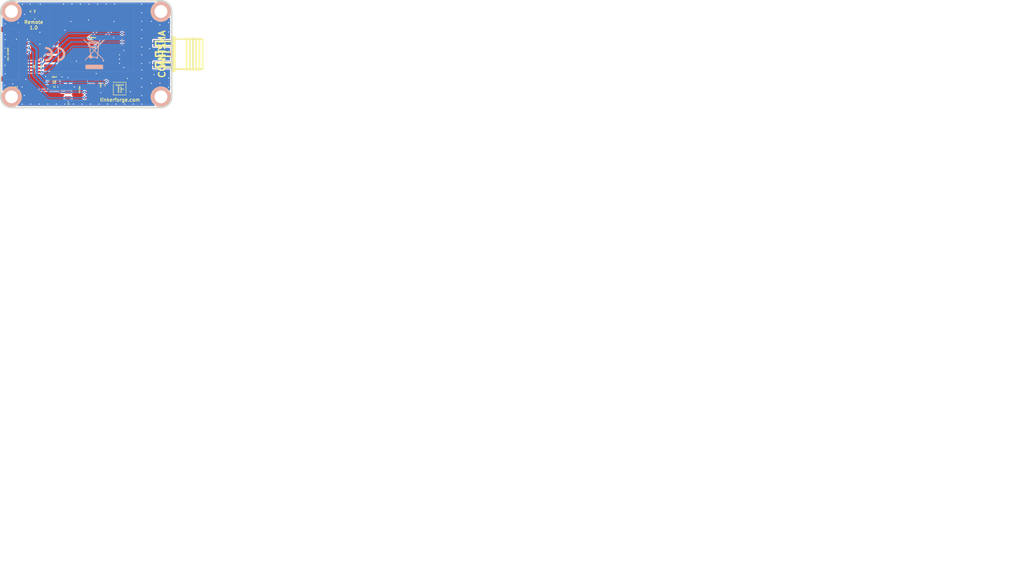
<source format=kicad_pcb>
(kicad_pcb (version 3) (host pcbnew "(2014-06-08 BZR 4933)-product")
  (title_block (title "Remote Bricklet") (rev 1.0) (company "Tinkerforge GmbH") (comment 1 "Licensed under CERN OHL v.1.1") (comment 2 "Copyright (©) 2013, B.Nordmeyer <bastian@tinkerforge.com>"))
  (layers (15 Vorderseite signal) (0 Rückseite signal hide) (18 B.Paste user) (19 F.Paste user) (20 B.SilkS user) (21 F.SilkS user) (22 B.Mask user) (23 F.Mask user) (28 Edge.Cuts user))
  (net 0 "")
  (net 1 GND)
  (net 2 N-0000010)
  (net 3 N-0000011)
  (net 4 N-0000012)
  (net 5 N-0000013)
  (net 6 N-0000014)
  (net 7 N-0000015)
  (net 8 N-0000016)
  (net 9 N-0000018)
  (net 10 N-0000019)
  (net 11 N-0000021)
  (net 12 N-0000022)
  (net 13 N-0000023)
  (net 14 N-000007)
  (net 15 VCC)
  (module DRILL_NP (layer Vorderseite) (at 80.4 32.3)
    (fp_text reference U3 hide)
    (fp_text value DRILL hide)
    (pad "" thru_hole circle (at 0 0) (size 2.99974 2.99974) (drill 2.99974) (layers *.Cu *.SilkS *.Mask) (clearance 0.89916))
  )
  (module DRILL_NP (layer Vorderseite) (at 45.4 52.3)
    (fp_text reference U4 hide)
    (fp_text value DRILL hide)
    (pad "" thru_hole circle (at 0 0) (size 2.99974 2.99974) (drill 2.99974) (layers *.Cu *.SilkS *.Mask) (clearance 0.89916))
  )
  (module DRILL_NP (layer Vorderseite) (at 45.4 32.3)
    (fp_text reference U6 hide)
    (fp_text value DRILL hide)
    (pad "" thru_hole circle (at 0 0) (size 2.99974 2.99974) (drill 2.99974) (layers *.Cu *.SilkS *.Mask) (clearance 0.89916))
  )
  (module DRILL_NP (layer Vorderseite) (at 80.4 52.3)
    (fp_text reference U5 hide)
    (fp_text value DRILL hide)
    (pad "" thru_hole circle (at 0 0) (size 2.99974 2.99974) (drill 2.99974) (layers *.Cu *.SilkS *.Mask) (clearance 0.89916))
  )
  (module 4X0603 (layer Vorderseite) (at 50.7 45.25 270)
    (fp_text reference RP1 (at 0 -1.6002 270) (layer F.SilkS) (effects (font (size 0.29972 0.29972) (thickness 0.0762))))
    (fp_text value 100 (at 0 0 270) (layer F.SilkS) (effects (font (size 0.29972 0.29972) (thickness 0.0762))))
    (pad 1 smd rect (at -1.19888 -0.8509 270) (size 0.44958 0.89916) (layers Vorderseite F.Paste F.Mask) (net 6 N-0000014))
    (pad 2 smd rect (at -0.39878 -0.8509 270) (size 0.44958 0.89916) (layers Vorderseite F.Paste F.Mask) (net 2 N-0000010))
    (pad 3 smd rect (at 0.39878 -0.8509 270) (size 0.44958 0.89916) (layers Vorderseite F.Paste F.Mask) (net 8 N-0000016))
    (pad 4 smd rect (at 1.19888 -0.8509 270) (size 0.44958 0.89916) (layers Vorderseite F.Paste F.Mask) (net 7 N-0000015))
    (pad 5 smd rect (at 1.19888 0.8509 270) (size 0.44958 0.89916) (layers Vorderseite F.Paste F.Mask) (net 5 N-0000013))
    (pad 6 smd rect (at 0.39878 0.8509 270) (size 0.44958 0.89916) (layers Vorderseite F.Paste F.Mask) (net 4 N-0000012))
    (pad 7 smd rect (at -0.39878 0.8509 270) (size 0.44958 0.89916) (layers Vorderseite F.Paste F.Mask) (net 3 N-0000011))
    (pad 8 smd rect (at -1.19888 0.8509 270) (size 0.44958 0.89916) (layers Vorderseite F.Paste F.Mask) (net 10 N-0000019))
  )
  (module 0603 (layer Vorderseite) (at 55.45 47.65 180)
    (fp_text reference C3 (at 0 -1.00076 180) (layer F.SilkS) (effects (font (size 0.29972 0.29972) (thickness 0.0762))))
    (fp_text value 100nF (at 0 0 180) (layer F.SilkS) (effects (font (size 0.29972 0.29972) (thickness 0.0762))))
    (pad 1 smd rect (at -0.8001 0 180) (size 0.8001 0.8001) (layers Vorderseite F.Paste F.Mask) (net 1 GND))
    (pad 2 smd rect (at 0.8001 0 180) (size 0.8001 0.8001) (layers Vorderseite F.Paste F.Mask) (net 15 VCC))
  )
  (module 0603 (layer Vorderseite) (at 55.45 49 180)
    (fp_text reference C2 (at 0 -1.00076 180) (layer F.SilkS) (effects (font (size 0.29972 0.29972) (thickness 0.0762))))
    (fp_text value 1µF (at 0 0 180) (layer F.SilkS) (effects (font (size 0.29972 0.29972) (thickness 0.07493))))
    (pad 1 smd rect (at -0.8001 0 180) (size 0.8001 0.8001) (layers Vorderseite F.Paste F.Mask) (net 1 GND))
    (pad 2 smd rect (at 0.8001 0 180) (size 0.8001 0.8001) (layers Vorderseite F.Paste F.Mask) (net 15 VCC))
  )
  (module 0603 (layer Vorderseite) (at 50.85 32.25 90)
    (fp_text reference R1 (at 0 -1.00076 90) (layer F.SilkS) (effects (font (size 0.29972 0.29972) (thickness 0.0762))))
    (fp_text value 10k (at 0 0 90) (layer F.SilkS) (effects (font (size 0.29972 0.29972) (thickness 0.0762))))
    (pad 1 smd rect (at -0.8001 0 90) (size 0.8001 0.8001) (layers Vorderseite F.Paste F.Mask) (net 1 GND))
    (pad 2 smd rect (at 0.8001 0 90) (size 0.8001 0.8001) (layers Vorderseite F.Paste F.Mask) (net 14 N-000007))
  )
  (module 0603 (layer Vorderseite) (at 66.3 49.5 270)
    (fp_text reference C1 (at 0 -1.00076 270) (layer F.SilkS) (effects (font (size 0.29972 0.29972) (thickness 0.0762))))
    (fp_text value 100nF (at 0 0 270) (layer F.SilkS) (effects (font (size 0.29972 0.29972) (thickness 0.0762))))
    (pad 1 smd rect (at -0.8001 0 270) (size 0.8001 0.8001) (layers Vorderseite F.Paste F.Mask) (net 15 VCC))
    (pad 2 smd rect (at 0.8001 0 270) (size 0.8001 0.8001) (layers Vorderseite F.Paste F.Mask) (net 1 GND))
  )
  (module Fiducial_Mark (layer Vorderseite) (at 49.9 52.3)
    (fp_text reference Fiducial_Mark hide)
    (fp_text value VAL** hide)
    (pad 1 smd circle (at 0 0) (size 1.00076 1.00076) (layers Vorderseite F.Mask) (clearance 0.65024))
  )
  (module Fiducial_Mark (layer Vorderseite) (at 78.25 36.6)
    (fp_text reference Fiducial_Mark hide)
    (fp_text value VAL** hide)
    (pad 1 smd circle (at 0 0) (size 1.00076 1.00076) (layers Vorderseite F.Mask) (clearance 0.65024))
  )
  (module CE_5mm (layer Rückseite) (at 55.6 42.3 180)
    (fp_text reference VAL hide)
    (fp_text value CE_5mm hide)
  )
  (module WEEE_7mm (layer Rückseite) (at 64.75 42.3)
    (fp_text reference VAL hide)
    (fp_text value WEEE_7mm hide)
  )
  (module Logo_31x31 (layer Vorderseite) (at 69.15 48.8)
    (fp_text reference G*** hide)
    (fp_text value Logo_31x31 hide)
  )
  (module CON-SMA (layer Vorderseite) (at 80.65 42.3 90)
    (fp_text reference ANT1 (at 0 0 90) (layer F.SilkS) (effects (font (thickness 0.3048))))
    (fp_text value CON-SMA (at 0 0 90) (layer F.SilkS) (effects (font (thickness 0.3048))))
    (pad 1 smd rect (at 0 0 90) (size 1.524 4.064) (layers Vorderseite F.Paste F.Mask) (net 9 N-0000018))
    (pad 2 smd rect (at -2.54 0 90) (size 1.524 4.064) (layers Vorderseite F.Paste F.Mask) (net 1 GND))
    (pad 4 smd rect (at 2.54 0 90) (size 1.524 4.064) (layers Vorderseite F.Paste F.Mask) (net 1 GND))
    (pad 3 smd rect (at -2.54 0 90) (size 1.524 4.064) (layers Rückseite B.Paste B.Mask) (net 1 GND))
    (pad 5 smd rect (at 2.54 0 90) (size 1.524 4.064) (layers Rückseite B.Paste B.Mask) (net 1 GND))
  )
  (module tinkerforge:RFM69HW (layer Vorderseite) (at 64.15 38.45)
    (fp_text reference U2 (at 0 0.5) (layer F.SilkS) (effects (font (size 0.3 0.3) (thickness 0.075))))
    (fp_text value RFM69HW (at 0 0) (layer F.SilkS) (effects (font (size 0.3 0.3) (thickness 0.075))))
    (pad 9 smd rect (at -9.5 -7) (size 3.2 1.5) (layers Vorderseite F.Paste F.Mask) (net 14 N-000007))
    (pad 10 smd rect (at -9.5 -5) (size 3.2 1.5) (layers Vorderseite F.Paste F.Mask))
    (pad 11 smd rect (at -9.5 -3) (size 3.2 1.5) (layers Vorderseite F.Paste F.Mask))
    (pad 12 smd rect (at -9.5 -1) (size 3.2 1.5) (layers Vorderseite F.Paste F.Mask))
    (pad 13 smd rect (at -9.5 1) (size 3.2 1.5) (layers Vorderseite F.Paste F.Mask))
    (pad 14 smd rect (at -9.5 3) (size 3.2 1.5) (layers Vorderseite F.Paste F.Mask))
    (pad 15 smd rect (at -9.5 5) (size 3.2 1.5) (layers Vorderseite F.Paste F.Mask))
    (pad 16 smd rect (at -9.5 7) (size 3.2 1.5) (layers Vorderseite F.Paste F.Mask) (net 15 VCC))
    (pad 8 smd rect (at 9.5 7 180) (size 3.2 1.5) (layers Vorderseite F.Paste F.Mask) (net 1 GND))
    (pad 7 smd rect (at 9.5 5 180) (size 3.2 1.5) (layers Vorderseite F.Paste F.Mask) (net 9 N-0000018))
    (pad 6 smd rect (at 9.5 3 180) (size 3.2 1.5) (layers Vorderseite F.Paste F.Mask) (net 1 GND))
    (pad 5 smd rect (at 9.5 1 180) (size 3.2 1.5) (layers Vorderseite F.Paste F.Mask) (net 8 N-0000016))
    (pad 4 smd rect (at 9.5 -1 180) (size 3.2 1.5) (layers Vorderseite F.Paste F.Mask) (net 6 N-0000014))
    (pad 3 smd rect (at 9.5 -3 180) (size 3.2 1.5) (layers Vorderseite F.Paste F.Mask) (net 7 N-0000015))
    (pad 2 smd rect (at 9.5 -5 180) (size 3.2 1.5) (layers Vorderseite F.Paste F.Mask) (net 2 N-0000010))
    (pad 1 smd rect (at 9.5 -7 180) (size 3.2 1.5) (layers Vorderseite F.Paste F.Mask))
  )
  (module tinkerforge:CON-SENSOR (layer Vorderseite) (at 43 42.3 270)
    (fp_text reference P1 (at 7.9502 -3.50012 270) (layer F.SilkS) (effects (font (size 0.59944 0.59944) (thickness 0.12446))))
    (fp_text value CON-SENSOR (at 0 -1.6002 270) (layer F.SilkS) (effects (font (size 0.29972 0.29972) (thickness 0.07112))))
    (pad 1 smd rect (at -4.50088 -4.7752 270) (size 0.59944 1.5494) (layers Vorderseite F.Paste F.Mask))
    (pad 2 smd rect (at -3.50012 -4.7752 270) (size 0.59944 1.5494) (layers Vorderseite F.Paste F.Mask) (net 1 GND))
    (pad 3 smd rect (at -2.49936 -4.7752 270) (size 0.59944 1.5494) (layers Vorderseite F.Paste F.Mask) (net 15 VCC))
    (pad 4 smd rect (at -1.50114 -4.7752 270) (size 0.59944 1.5494) (layers Vorderseite F.Paste F.Mask) (net 13 N-0000023))
    (pad 5 smd rect (at -0.50038 -4.7752 270) (size 0.59944 1.5494) (layers Vorderseite F.Paste F.Mask) (net 12 N-0000022))
    (pad 6 smd rect (at 0.50038 -4.7752 270) (size 0.59944 1.5494) (layers Vorderseite F.Paste F.Mask) (net 11 N-0000021))
    (pad 7 smd rect (at 1.50114 -4.7752 270) (size 0.59944 1.5494) (layers Vorderseite F.Paste F.Mask) (net 10 N-0000019))
    (pad 8 smd rect (at 2.49936 -4.7752 270) (size 0.59944 1.5494) (layers Vorderseite F.Paste F.Mask) (net 3 N-0000011))
    (pad 9 smd rect (at 3.50012 -4.7752 270) (size 0.59944 1.5494) (layers Vorderseite F.Paste F.Mask) (net 4 N-0000012))
    (pad 10 smd rect (at 4.50088 -4.7752 270) (size 0.59944 1.5494) (layers Vorderseite F.Paste F.Mask) (net 5 N-0000013))
    (pad EP smd rect (at -5.79882 -0.89916 270) (size 1.19888 1.80086) (layers Vorderseite F.Paste F.Mask) (net 1 GND))
    (pad EP smd rect (at 5.79882 -0.89916 270) (size 1.19888 1.80086) (layers Vorderseite F.Paste F.Mask) (net 1 GND))
  )
  (module tinkerforge:SOIC8 (layer Vorderseite) (at 61.35 50.6 270)
    (fp_text reference U1 (at 3.29946 2.60096 270) (layer F.SilkS) (effects (font (size 0.29972 0.29972) (thickness 0.0762))))
    (fp_text value M24C64 (at 0 0 270) (layer F.SilkS) (effects (font (size 0.29972 0.29972) (thickness 0.0762))))
    (pad 1 smd rect (at -1.90246 2.69748 90) (size 0.59944 1.5494) (layers Vorderseite F.Paste F.Mask) (net 1 GND))
    (pad 2 smd rect (at -0.63246 2.69748 90) (size 0.59944 1.5494) (layers Vorderseite F.Paste F.Mask) (net 1 GND))
    (pad 3 smd rect (at 0.63246 2.69748 90) (size 0.59944 1.5494) (layers Vorderseite F.Paste F.Mask) (net 11 N-0000021))
    (pad 4 smd rect (at 1.90246 2.69748 90) (size 0.59944 1.5494) (layers Vorderseite F.Paste F.Mask) (net 1 GND))
    (pad 5 smd rect (at 1.90246 -2.69748 270) (size 0.59944 1.5494) (layers Vorderseite F.Paste F.Mask) (net 12 N-0000022))
    (pad 6 smd rect (at 0.63246 -2.69748 270) (size 0.59944 1.5494) (layers Vorderseite F.Paste F.Mask) (net 13 N-0000023))
    (pad 7 smd rect (at -0.63246 -2.69748 270) (size 0.59944 1.5494) (layers Vorderseite F.Paste F.Mask))
    (pad 8 smd rect (at -1.90246 -2.69748 270) (size 0.59944 1.5494) (layers Vorderseite F.Paste F.Mask) (net 15 VCC))
  )
  (gr_line (start 45.35 54.8) (end 80.4 54.8) (angle 90) (layer Edge.Cuts) (width 0.381))
  (gr_line (start 80.4 29.8) (end 45.45 29.8) (angle 90) (layer Edge.Cuts) (width 0.381))
  (gr_text "Remote\n1.0" (at 50.6 35.45) (layer F.SilkS) (effects (font (size 0.8 0.8))))
  (gr_text tinkerforge.com (at 70.8 53) (layer F.SilkS) (effects (font (size 0.8 0.8))))
  (gr_line (start 82.9 52.3) (end 82.9 32.3) (angle 90) (layer Edge.Cuts) (width 0.381))
  (gr_arc (start 80.4 52.3) (end 82.9 52.3) (angle 90) (layer Edge.Cuts) (width 0.381))
  (gr_arc (start 80.4 32.3) (end 80.4 29.8) (angle 90) (layer Edge.Cuts) (width 0.381))
  (gr_line (start 42.9 32.3) (end 42.9 52.3) (angle 90) (layer Edge.Cuts) (width 0.381))
  (gr_arc (start 45.4 32.3) (end 42.9 32.3) (angle 90) (layer Edge.Cuts) (width 0.381))
  (gr_arc (start 45.4 52.3) (end 45.4 54.8) (angle 90) (layer Edge.Cuts) (width 0.381))
  (segment (start 75.9 45.6) (end 76.45 45.6) (width 0.29972) (layer Rückseite) (net 1))
  (via (at 77.75 44.3) (size 0.70104) (layers Vorderseite Rückseite) (net 1))
  (segment (start 76.45 45.6) (end 77.75 44.3) (width 0.29972) (layer Rückseite) (net 1))
  (segment (start 75.9 42.45) (end 76.3 42.45) (width 0.29972) (layer Vorderseite) (net 1))
  (via (at 75.9 42.45) (size 0.70104) (layers Vorderseite Rückseite) (net 1))
  (segment (start 75.9 40.6) (end 75.9 42.45) (width 0.59944) (layer Vorderseite) (net 1))
  (via (at 77.75 41) (size 0.70104) (layers Vorderseite Rückseite) (net 1))
  (segment (start 76.3 42.45) (end 77.75 41) (width 0.29972) (layer Vorderseite) (net 1))
  (segment (start 78.15 49.15) (end 78.15 47.7) (width 0.29972) (layer Rückseite) (net 1))
  (via (at 78.75 47.1) (size 0.70104) (layers Vorderseite Rückseite) (net 1))
  (segment (start 78.15 47.7) (end 78.75 47.1) (width 0.29972) (layer Rückseite) (net 1))
  (via (at 69.55 30.6) (size 0.70104) (layers Vorderseite Rückseite) (net 1))
  (segment (start 67.55 30.6) (end 69.55 30.6) (width 0.29972) (layer Rückseite) (net 1))
  (segment (start 69.55 34.5) (end 69.4 34.65) (width 0.59944) (layer Rückseite) (net 1))
  (via (at 69.4 34.65) (size 0.70104) (layers Vorderseite Rückseite) (net 1))
  (segment (start 69.55 30.6) (end 69.55 34.5) (width 0.59944) (layer Rückseite) (net 1))
  (segment (start 74.5 30.6) (end 73.5 31.6) (width 0.29972) (layer Rückseite) (net 1))
  (segment (start 73.5 31.6) (end 70.55 31.6) (width 0.29972) (layer Rückseite) (net 1))
  (segment (start 70.55 31.6) (end 69.55 30.6) (width 0.29972) (layer Rückseite) (net 1))
  (segment (start 75.9 30.6) (end 74.5 30.6) (width 0.29972) (layer Rückseite) (net 1))
  (segment (start 52.05 39.95) (end 52.05 37.75) (width 0.29972) (layer Vorderseite) (net 1))
  (segment (start 50.9 38.8) (end 52.05 39.95) (width 0.59944) (layer Vorderseite) (net 1))
  (via (at 52.05 39.95) (size 0.70104) (layers Vorderseite Rückseite) (net 1))
  (segment (start 49.15 38.8) (end 50.9 38.8) (width 0.59944) (layer Vorderseite) (net 1))
  (via (at 52.05 37.2) (size 0.70104) (layers Vorderseite Rückseite) (net 1))
  (segment (start 52.05 37.75) (end 52.05 37.2) (width 0.29972) (layer Vorderseite) (net 1))
  (segment (start 60.6 43.95) (end 62.35 43.95) (width 0.29972) (layer Rückseite) (net 1))
  (via (at 65.25 46.85) (size 0.70104) (layers Vorderseite Rückseite) (net 1))
  (segment (start 62.35 43.95) (end 65.25 46.85) (width 0.29972) (layer Rückseite) (net 1))
  (segment (start 59.3 34.65) (end 59.3 35.25) (width 0.59944) (layer Vorderseite) (net 1))
  (segment (start 57.55 32.9) (end 59.3 34.65) (width 0.59944) (layer Vorderseite) (net 1))
  (via (at 59.3 34.65) (size 0.70104) (layers Vorderseite Rückseite) (net 1))
  (segment (start 57.55 30.6) (end 57.55 32.9) (width 0.59944) (layer Vorderseite) (net 1))
  (via (at 57.9 36.7) (size 0.70104) (layers Vorderseite Rückseite) (net 1))
  (segment (start 59.3 35.25) (end 57.9 36.7) (width 0.59944) (layer Vorderseite) (net 1))
  (segment (start 65.55 30.6) (end 65.55 32.2) (width 0.59944) (layer Rückseite) (net 1))
  (via (at 63.45 34.3) (size 0.70104) (layers Vorderseite Rückseite) (net 1))
  (segment (start 65.55 32.2) (end 63.45 34.3) (width 0.59944) (layer Rückseite) (net 1))
  (segment (start 52.15 30.6) (end 49.75 30.6) (width 0.59944) (layer Rückseite) (net 1))
  (via (at 52.15 30.6) (size 0.70104) (layers Vorderseite Rückseite) (net 1))
  (via (at 57.55 30.6) (size 0.70104) (layers Vorderseite Rückseite) (net 1))
  (segment (start 59.55 30.6) (end 57.55 30.6) (width 0.59944) (layer Vorderseite) (net 1))
  (via (at 59.55 30.6) (size 0.70104) (layers Vorderseite Rückseite) (net 1))
  (segment (start 61.55 30.6) (end 59.55 30.6) (width 0.59944) (layer Rückseite) (net 1))
  (via (at 61.55 30.6) (size 0.70104) (layers Vorderseite Rückseite) (net 1))
  (segment (start 63.55 30.6) (end 61.55 30.6) (width 0.59944) (layer Vorderseite) (net 1))
  (via (at 63.55 30.6) (size 0.70104) (layers Vorderseite Rückseite) (net 1))
  (segment (start 65.55 30.6) (end 63.55 30.6) (width 0.59944) (layer Rückseite) (net 1))
  (via (at 65.55 30.6) (size 0.70104) (layers Vorderseite Rückseite) (net 1))
  (segment (start 67.55 30.6) (end 65.55 30.6) (width 0.59944) (layer Vorderseite) (net 1))
  (via (at 67.55 30.6) (size 0.70104) (layers Vorderseite Rückseite) (net 1))
  (segment (start 52.15 30.6) (end 57.55 30.6) (width 0.59944) (layer Rückseite) (net 1))
  (via (at 43.9 35.2) (size 0.70104) (layers Vorderseite Rückseite) (net 1))
  (segment (start 46.7 35.2) (end 43.9 35.2) (width 0.59944) (layer Rückseite) (net 1))
  (segment (start 46.95 34.95) (end 46.7 35.2) (width 0.59944) (layer Rückseite) (net 1))
  (via (at 46.95 34.95) (size 0.70104) (layers Vorderseite Rückseite) (net 1))
  (segment (start 48.2 33.7) (end 46.95 34.95) (width 0.59944) (layer Vorderseite) (net 1))
  (segment (start 48.2 33.25) (end 48.2 33.7) (width 0.59944) (layer Vorderseite) (net 1))
  (segment (start 48.45 33) (end 48.2 33.25) (width 0.59944) (layer Vorderseite) (net 1))
  (via (at 48.45 33) (size 0.70104) (layers Vorderseite Rückseite) (net 1))
  (segment (start 48.45 31.15) (end 48.45 33) (width 0.59944) (layer Rückseite) (net 1))
  (segment (start 47.95 30.65) (end 48.45 31.15) (width 0.59944) (layer Rückseite) (net 1))
  (via (at 47.95 30.65) (size 0.70104) (layers Vorderseite Rückseite) (net 1))
  (segment (start 49.7 30.65) (end 47.95 30.65) (width 0.59944) (layer Vorderseite) (net 1))
  (segment (start 49.75 30.6) (end 49.7 30.65) (width 0.59944) (layer Vorderseite) (net 1))
  (via (at 49.75 30.6) (size 0.70104) (layers Vorderseite Rückseite) (net 1))
  (segment (start 78.15 34.6) (end 78.25 34.6) (width 0.29972) (layer Rückseite) (net 1))
  (via (at 78.15 34.6) (size 0.70104) (layers Vorderseite Rückseite) (net 1))
  (segment (start 75.9 34.6) (end 78.15 34.6) (width 0.29972) (layer Vorderseite) (net 1))
  (via (at 82.2 37.1) (size 0.70104) (layers Vorderseite Rückseite) (net 1))
  (segment (start 82.2 34.9) (end 82.2 37.1) (width 0.29972) (layer Rückseite) (net 1))
  (via (at 82.2 34.9) (size 0.70104) (layers Vorderseite Rückseite) (net 1))
  (segment (start 81.75 35.35) (end 82.2 34.9) (width 0.29972) (layer Vorderseite) (net 1))
  (segment (start 80.25 35.35) (end 81.75 35.35) (width 0.29972) (layer Vorderseite) (net 1))
  (segment (start 80.15 35.45) (end 80.25 35.35) (width 0.29972) (layer Vorderseite) (net 1))
  (via (at 80.15 35.45) (size 0.70104) (layers Vorderseite Rückseite) (net 1))
  (segment (start 79.1 35.45) (end 80.15 35.45) (width 0.29972) (layer Rückseite) (net 1))
  (segment (start 78.25 34.6) (end 79.1 35.45) (width 0.29972) (layer Rückseite) (net 1))
  (segment (start 75.9 50) (end 77.3 50) (width 0.29972) (layer Vorderseite) (net 1))
  (segment (start 75.9 54) (end 75.9 52) (width 0.59944) (layer Rückseite) (net 1))
  (via (at 75.9 52) (size 0.70104) (layers Vorderseite Rückseite) (net 1))
  (segment (start 75.9 52) (end 75.9 50) (width 0.59944) (layer Vorderseite) (net 1))
  (via (at 75.9 50) (size 0.70104) (layers Vorderseite Rückseite) (net 1))
  (via (at 82.2 47.9) (size 0.70104) (layers Vorderseite Rückseite) (net 1))
  (segment (start 82.2 50.05) (end 82.2 47.9) (width 0.29972) (layer Rückseite) (net 1))
  (via (at 82.2 50.05) (size 0.70104) (layers Vorderseite Rückseite) (net 1))
  (segment (start 81.05 49.25) (end 82.2 50.05) (width 0.29972) (layer Vorderseite) (net 1))
  (segment (start 80.3 49.25) (end 81.05 49.25) (width 0.29972) (layer Vorderseite) (net 1))
  (segment (start 80.15 49.1) (end 80.3 49.25) (width 0.29972) (layer Vorderseite) (net 1))
  (via (at 80.15 49.1) (size 0.70104) (layers Vorderseite Rückseite) (net 1))
  (segment (start 78.2 49.1) (end 80.15 49.1) (width 0.29972) (layer Rückseite) (net 1))
  (segment (start 78.15 49.15) (end 78.2 49.1) (width 0.29972) (layer Rückseite) (net 1))
  (via (at 78.15 49.15) (size 0.70104) (layers Vorderseite Rückseite) (net 1))
  (segment (start 77.3 50) (end 78.15 49.15) (width 0.29972) (layer Vorderseite) (net 1))
  (segment (start 57.25 47.65) (end 53.5 47.65) (width 0.59944) (layer Rückseite) (net 1))
  (via (at 53.4 47.55) (size 0.70104) (layers Vorderseite Rückseite) (net 1))
  (segment (start 53.5 47.65) (end 53.4 47.55) (width 0.59944) (layer Rückseite) (net 1))
  (segment (start 47.9 50) (end 47.9 49.05) (width 0.59944) (layer Rückseite) (net 1))
  (via (at 48.75 48.2) (size 0.70104) (layers Vorderseite Rückseite) (net 1))
  (segment (start 47.9 49.05) (end 48.75 48.2) (width 0.59944) (layer Rückseite) (net 1))
  (segment (start 58.65 47.8) (end 58.65 45.9) (width 0.59944) (layer Vorderseite) (net 1))
  (via (at 66.9 43.9) (size 0.70104) (layers Vorderseite Rückseite) (net 1))
  (segment (start 60.65 43.9) (end 66.9 43.9) (width 0.59944) (layer Rückseite) (net 1))
  (segment (start 60.6 43.95) (end 60.65 43.9) (width 0.59944) (layer Rückseite) (net 1))
  (via (at 60.6 43.95) (size 0.70104) (layers Vorderseite Rückseite) (net 1))
  (segment (start 58.65 45.9) (end 60.6 43.95) (width 0.59944) (layer Vorderseite) (net 1))
  (segment (start 66.3 51.35) (end 73 51.35) (width 0.59944) (layer Rückseite) (net 1))
  (via (at 73.25 51.1) (size 0.70104) (layers Vorderseite Rückseite) (net 1))
  (segment (start 73 51.35) (end 73.25 51.1) (width 0.59944) (layer Rückseite) (net 1))
  (segment (start 70.7 42.45) (end 70.7 42.35) (width 0.59944) (layer Vorderseite) (net 1))
  (via (at 69.3 38.45) (size 0.70104) (layers Vorderseite Rückseite) (net 1))
  (segment (start 69.3 40.95) (end 69.3 38.45) (width 0.59944) (layer Vorderseite) (net 1))
  (segment (start 70.7 42.35) (end 69.3 40.95) (width 0.59944) (layer Vorderseite) (net 1))
  (segment (start 75.9 48) (end 72.55 48) (width 0.59944) (layer Vorderseite) (net 1))
  (via (at 72.55 48) (size 0.70104) (layers Vorderseite Rückseite) (net 1))
  (segment (start 43.9 46.9) (end 43.9 44.9) (width 0.59944) (layer Vorderseite) (net 1))
  (via (at 43.9 38.9) (size 0.70104) (layers Vorderseite Rückseite) (net 1))
  (segment (start 43.9 40.9) (end 43.9 38.9) (width 0.59944) (layer Rückseite) (net 1))
  (via (at 43.9 40.9) (size 0.70104) (layers Vorderseite Rückseite) (net 1))
  (segment (start 43.9 42.9) (end 43.9 40.9) (width 0.59944) (layer Vorderseite) (net 1))
  (via (at 43.9 42.9) (size 0.70104) (layers Vorderseite Rückseite) (net 1))
  (segment (start 43.9 44.9) (end 43.9 42.9) (width 0.59944) (layer Rückseite) (net 1))
  (via (at 43.9 44.9) (size 0.70104) (layers Vorderseite Rückseite) (net 1))
  (segment (start 51.9 54) (end 49.9 54) (width 0.59944) (layer Vorderseite) (net 1))
  (via (at 59.9 54) (size 0.70104) (layers Vorderseite Rückseite) (net 1))
  (segment (start 59.9 54) (end 57.9 54) (width 0.59944) (layer Rückseite) (net 1))
  (via (at 57.9 54) (size 0.70104) (layers Vorderseite Rückseite) (net 1))
  (segment (start 57.9 54) (end 55.9 54) (width 0.59944) (layer Vorderseite) (net 1))
  (via (at 55.9 54) (size 0.70104) (layers Vorderseite Rückseite) (net 1))
  (segment (start 55.9 54) (end 53.9 54) (width 0.59944) (layer Rückseite) (net 1))
  (via (at 53.9 54) (size 0.70104) (layers Vorderseite Rückseite) (net 1))
  (segment (start 53.9 54) (end 51.9 54) (width 0.59944) (layer Vorderseite) (net 1))
  (via (at 51.9 54) (size 0.70104) (layers Vorderseite Rückseite) (net 1))
  (segment (start 75.9 54) (end 73.9 54) (width 0.59944) (layer Rückseite) (net 1))
  (via (at 61.9 54) (size 0.70104) (layers Vorderseite Rückseite) (net 1))
  (segment (start 63.9 54) (end 61.9 54) (width 0.59944) (layer Rückseite) (net 1))
  (via (at 63.9 54) (size 0.70104) (layers Vorderseite Rückseite) (net 1))
  (segment (start 65.9 54) (end 63.9 54) (width 0.59944) (layer Vorderseite) (net 1))
  (via (at 65.9 54) (size 0.70104) (layers Vorderseite Rückseite) (net 1))
  (segment (start 67.9 54) (end 65.9 54) (width 0.59944) (layer Rückseite) (net 1))
  (via (at 67.9 54) (size 0.70104) (layers Vorderseite Rückseite) (net 1))
  (segment (start 69.9 54) (end 67.9 54) (width 0.59944) (layer Vorderseite) (net 1))
  (via (at 69.9 54) (size 0.70104) (layers Vorderseite Rückseite) (net 1))
  (segment (start 71.9 54) (end 69.9 54) (width 0.59944) (layer Rückseite) (net 1))
  (via (at 71.9 54) (size 0.70104) (layers Vorderseite Rückseite) (net 1))
  (segment (start 73.9 54) (end 71.9 54) (width 0.59944) (layer Vorderseite) (net 1))
  (via (at 73.9 54) (size 0.70104) (layers Vorderseite Rückseite) (net 1))
  (segment (start 61.9 54) (end 59.9 54) (width 0.59944) (layer Vorderseite) (net 1))
  (via (at 43.8 49.6) (size 0.70104) (layers Vorderseite Rückseite) (net 1))
  (segment (start 44 49.4) (end 43.8 49.6) (width 0.59944) (layer Rückseite) (net 1))
  (segment (start 45.55 49.4) (end 44 49.4) (width 0.59944) (layer Rückseite) (net 1))
  (segment (start 45.7 49.25) (end 45.55 49.4) (width 0.59944) (layer Rückseite) (net 1))
  (via (at 45.7 49.25) (size 0.70104) (layers Vorderseite Rückseite) (net 1))
  (segment (start 47.15 49.25) (end 45.7 49.25) (width 0.59944) (layer Vorderseite) (net 1))
  (segment (start 47.9 50) (end 47.15 49.25) (width 0.59944) (layer Vorderseite) (net 1))
  (via (at 47.9 50) (size 0.70104) (layers Vorderseite Rückseite) (net 1))
  (segment (start 47.9 50.75) (end 47.9 50) (width 0.59944) (layer Rückseite) (net 1))
  (segment (start 48.4 51.25) (end 47.9 50.75) (width 0.59944) (layer Rückseite) (net 1))
  (segment (start 48.4 51.95) (end 48.4 51.25) (width 0.59944) (layer Rückseite) (net 1))
  (segment (start 48.4 52) (end 48.4 51.95) (width 0.59944) (layer Rückseite) (net 1))
  (via (at 48.4 52) (size 0.70104) (layers Vorderseite Rückseite) (net 1))
  (segment (start 48.4 53.5) (end 48.4 52) (width 0.59944) (layer Vorderseite) (net 1))
  (segment (start 47.9 54) (end 48.4 53.5) (width 0.59944) (layer Vorderseite) (net 1))
  (via (at 47.9 54) (size 0.70104) (layers Vorderseite Rückseite) (net 1))
  (segment (start 49.9 54) (end 47.9 54) (width 0.59944) (layer Rückseite) (net 1))
  (via (at 49.9 54) (size 0.70104) (layers Vorderseite Rückseite) (net 1))
  (segment (start 58.65 47.8) (end 57.4 47.8) (width 0.29972) (layer Rückseite) (net 1))
  (via (at 57.25 47.65) (size 0.70104) (layers Vorderseite Rückseite) (net 1))
  (segment (start 56.2501 47.65) (end 57.25 47.65) (width 0.29972) (layer Vorderseite) (net 1))
  (segment (start 58.65252 47.80252) (end 58.65 47.8) (width 0.29972) (layer Vorderseite) (net 1))
  (via (at 58.65 47.8) (size 0.70104) (layers Vorderseite Rückseite) (net 1))
  (segment (start 58.65252 47.80252) (end 58.65252 48.69754) (width 0.29972) (layer Vorderseite) (net 1))
  (segment (start 57.4 47.8) (end 57.25 47.65) (width 0.29972) (layer Rückseite) (net 1))
  (segment (start 60.1 50) (end 56.25 50) (width 0.29972) (layer Rückseite) (net 1))
  (segment (start 56.2501 49.9999) (end 56.25 50) (width 0.29972) (layer Vorderseite) (net 1))
  (via (at 56.25 50) (size 0.70104) (layers Vorderseite Rückseite) (net 1))
  (segment (start 56.2501 49.9999) (end 56.2501 49) (width 0.29972) (layer Vorderseite) (net 1))
  (segment (start 66.3 51.35) (end 65 51.35) (width 0.29972) (layer Rückseite) (net 1))
  (segment (start 60.06754 49.96754) (end 60.1 50) (width 0.29972) (layer Vorderseite) (net 1))
  (via (at 60.1 50) (size 0.70104) (layers Vorderseite Rückseite) (net 1))
  (segment (start 58.65252 49.96754) (end 60.06754 49.96754) (width 0.29972) (layer Vorderseite) (net 1))
  (via (at 66.3 51.35) (size 0.70104) (layers Vorderseite Rückseite) (net 1))
  (segment (start 66.3 51.35) (end 66.3 50.3001) (width 0.29972) (layer Vorderseite) (net 1))
  (segment (start 63.65 50) (end 60.1 50) (width 0.29972) (layer Rückseite) (net 1))
  (segment (start 65 51.35) (end 63.65 50) (width 0.29972) (layer Rückseite) (net 1))
  (segment (start 71.7 41.45) (end 71.95 41.45) (width 0.29972) (layer Rückseite) (net 1))
  (segment (start 52.55 35.8) (end 50.85 34.1) (width 0.29972) (layer Rückseite) (net 1))
  (segment (start 71.85 35.8) (end 52.55 35.8) (width 0.29972) (layer Rückseite) (net 1))
  (segment (start 72.95 36.9) (end 71.85 35.8) (width 0.29972) (layer Rückseite) (net 1))
  (segment (start 72.95 40.45) (end 72.95 36.9) (width 0.29972) (layer Rückseite) (net 1))
  (segment (start 71.95 41.45) (end 72.95 40.45) (width 0.29972) (layer Rückseite) (net 1))
  (segment (start 49.15 38.8) (end 49.65 38.8) (width 0.29972) (layer Rückseite) (net 1))
  (segment (start 49.65 38.8) (end 50.85 37.6) (width 0.29972) (layer Rückseite) (net 1))
  (segment (start 50.85 37.6) (end 50.85 34.1) (width 0.29972) (layer Rückseite) (net 1))
  (segment (start 49.14988 38.79988) (end 47.7752 38.79988) (width 0.59944) (layer Vorderseite) (net 1))
  (via (at 49.15 38.8) (size 0.70104) (layers Vorderseite Rückseite) (net 1))
  (segment (start 49.14988 38.79988) (end 49.15 38.8) (width 0.59944) (layer Vorderseite) (net 1))
  (via (at 50.85 34.1) (size 0.70104) (layers Vorderseite Rückseite) (net 1))
  (segment (start 50.85 33.0501) (end 50.85 34.1) (width 0.29972) (layer Vorderseite) (net 1))
  (segment (start 46.55 38.8) (end 45 38.8) (width 0.29972) (layer Rückseite) (net 1))
  (segment (start 46.55012 38.79988) (end 46.55 38.8) (width 0.59944) (layer Vorderseite) (net 1))
  (via (at 46.55 38.8) (size 0.70104) (layers Vorderseite Rückseite) (net 1))
  (segment (start 47.7752 38.79988) (end 46.55012 38.79988) (width 0.59944) (layer Vorderseite) (net 1))
  (segment (start 45 38.8) (end 43.9 37.7) (width 0.29972) (layer Rückseite) (net 1))
  (segment (start 43.9 46.9) (end 43.9 37.7) (width 0.29972) (layer Rückseite) (net 1))
  (segment (start 43.89916 46.90084) (end 43.89916 48.09882) (width 0.29972) (layer Vorderseite) (net 1))
  (via (at 43.9 46.9) (size 0.70104) (layers Vorderseite Rückseite) (net 1))
  (segment (start 43.89916 46.90084) (end 43.9 46.9) (width 0.29972) (layer Vorderseite) (net 1))
  (segment (start 43.89916 37.69916) (end 43.9 37.7) (width 0.29972) (layer Vorderseite) (net 1))
  (segment (start 43.89916 36.50118) (end 43.89916 37.69916) (width 0.29972) (layer Vorderseite) (net 1))
  (via (at 43.9 37.7) (size 0.70104) (layers Vorderseite Rückseite) (net 1))
  (segment (start 58.65252 52.50246) (end 58.65252 53.39748) (width 0.29972) (layer Vorderseite) (net 1))
  (via (at 58.65 53.4) (size 0.70104) (layers Vorderseite Rückseite) (net 1))
  (segment (start 58.65252 53.39748) (end 58.65 53.4) (width 0.29972) (layer Vorderseite) (net 1))
  (segment (start 72.9 45.45) (end 75.35 45.45) (width 0.59944) (layer Vorderseite) (net 1))
  (segment (start 75.35 45.45) (end 75.9 46) (width 0.59944) (layer Vorderseite) (net 1))
  (segment (start 72.9 41.45) (end 75.05 41.45) (width 0.59944) (layer Vorderseite) (net 1))
  (segment (start 75.05 41.45) (end 75.9 40.6) (width 0.59944) (layer Vorderseite) (net 1))
  (segment (start 75.9 46) (end 75.9 45.6) (width 0.59944) (layer Rückseite) (net 1))
  (segment (start 75.9 45.6) (end 75.9 44.5) (width 0.59944) (layer Rückseite) (net 1))
  (via (at 75.9 44.5) (size 0.70104) (layers Vorderseite Rückseite) (net 1))
  (segment (start 75.9 48) (end 75.9 54) (width 0.59944) (layer Vorderseite) (net 1))
  (via (at 75.9 54) (size 0.70104) (layers Vorderseite Rückseite) (net 1))
  (segment (start 75.9 48) (end 75.9 46) (width 0.59944) (layer Rückseite) (net 1))
  (via (at 75.9 48) (size 0.70104) (layers Vorderseite Rückseite) (net 1))
  (via (at 75.9 46) (size 0.70104) (layers Vorderseite Rückseite) (net 1))
  (segment (start 72.9 45.45) (end 71.7 45.45) (width 0.59944) (layer Vorderseite) (net 1))
  (via (at 71.7 41.45) (size 0.70104) (layers Vorderseite Rückseite) (net 1))
  (segment (start 71.7 41.45) (end 70.7 42.45) (width 0.59944) (layer Rückseite) (net 1))
  (via (at 70.7 42.45) (size 0.70104) (layers Vorderseite Rückseite) (net 1))
  (segment (start 70.7 42.45) (end 70.7 43.45) (width 0.59944) (layer Vorderseite) (net 1))
  (via (at 70.7 43.45) (size 0.70104) (layers Vorderseite Rückseite) (net 1))
  (segment (start 70.7 43.45) (end 70.7 44.45) (width 0.59944) (layer Rückseite) (net 1))
  (via (at 70.7 44.45) (size 0.70104) (layers Vorderseite Rückseite) (net 1))
  (segment (start 70.7 44.45) (end 71.7 45.45) (width 0.59944) (layer Vorderseite) (net 1))
  (via (at 71.7 45.45) (size 0.70104) (layers Vorderseite Rückseite) (net 1))
  (segment (start 71.7 41.45) (end 72.9 41.45) (width 0.59944) (layer Vorderseite) (net 1))
  (via (at 75.9 40.6) (size 0.70104) (layers Vorderseite Rückseite) (net 1))
  (segment (start 75.9 40.6) (end 75.9 30.6) (width 0.59944) (layer Rückseite) (net 1))
  (via (at 75.9 30.6) (size 0.70104) (layers Vorderseite Rückseite) (net 1))
  (segment (start 75.9 30.6) (end 75.9 32.6) (width 0.59944) (layer Vorderseite) (net 1))
  (via (at 75.9 32.6) (size 0.70104) (layers Vorderseite Rückseite) (net 1))
  (segment (start 75.9 32.6) (end 75.9 34.6) (width 0.59944) (layer Rückseite) (net 1))
  (via (at 75.9 34.6) (size 0.70104) (layers Vorderseite Rückseite) (net 1))
  (segment (start 75.9 34.6) (end 75.9 36.6) (width 0.59944) (layer Vorderseite) (net 1))
  (via (at 75.9 36.6) (size 0.70104) (layers Vorderseite Rückseite) (net 1))
  (segment (start 75.9 36.6) (end 75.9 38.6) (width 0.59944) (layer Rückseite) (net 1))
  (via (at 75.9 38.6) (size 0.70104) (layers Vorderseite Rückseite) (net 1))
  (segment (start 52.45 44.65) (end 52.6 44.65) (width 0.29972) (layer Rückseite) (net 2))
  (segment (start 52.24878 44.85122) (end 52.45 44.65) (width 0.29972) (layer Vorderseite) (net 2))
  (via (at 52.45 44.65) (size 0.70104) (layers Vorderseite Rückseite) (net 2))
  (segment (start 51.5509 44.85122) (end 52.24878 44.85122) (width 0.29972) (layer Vorderseite) (net 2))
  (segment (start 68.7 33.45) (end 72.9 33.45) (width 0.29972) (layer Vorderseite) (net 2))
  (segment (start 63.65 38.5) (end 68.7 33.45) (width 0.29972) (layer Vorderseite) (net 2))
  (via (at 63.65 38.5) (size 0.70104) (layers Vorderseite Rückseite) (net 2))
  (segment (start 58.75 38.5) (end 63.65 38.5) (width 0.29972) (layer Rückseite) (net 2))
  (segment (start 52.6 44.65) (end 58.75 38.5) (width 0.29972) (layer Rückseite) (net 2))
  (segment (start 49.8491 44.85122) (end 49.20122 44.85122) (width 0.29972) (layer Vorderseite) (net 3))
  (segment (start 49.14936 44.79936) (end 47.7752 44.79936) (width 0.29972) (layer Vorderseite) (net 3))
  (segment (start 49.20122 44.85122) (end 49.14936 44.79936) (width 0.29972) (layer Vorderseite) (net 3))
  (segment (start 49.8491 45.64878) (end 49.10122 45.64878) (width 0.29972) (layer Vorderseite) (net 4))
  (segment (start 48.94988 45.80012) (end 47.7752 45.80012) (width 0.29972) (layer Vorderseite) (net 4))
  (segment (start 49.10122 45.64878) (end 48.94988 45.80012) (width 0.29972) (layer Vorderseite) (net 4))
  (segment (start 47.7752 46.80088) (end 48.74912 46.80088) (width 0.29972) (layer Vorderseite) (net 5))
  (segment (start 49.10112 46.44888) (end 49.8491 46.44888) (width 0.29972) (layer Vorderseite) (net 5))
  (segment (start 48.74912 46.80088) (end 49.10112 46.44888) (width 0.29972) (layer Vorderseite) (net 5))
  (segment (start 51.5509 44.05112) (end 52.04888 44.05112) (width 0.29972) (layer Vorderseite) (net 6))
  (segment (start 71.3 37.45) (end 72.9 37.45) (width 0.29972) (layer Vorderseite) (net 6))
  (via (at 71.3 37.45) (size 0.70104) (layers Vorderseite Rückseite) (net 6))
  (segment (start 58.65 37.45) (end 71.3 37.45) (width 0.29972) (layer Rückseite) (net 6))
  (segment (start 52.4 43.7) (end 58.65 37.45) (width 0.29972) (layer Rückseite) (net 6))
  (via (at 52.4 43.7) (size 0.70104) (layers Vorderseite Rückseite) (net 6))
  (segment (start 52.04888 44.05112) (end 52.4 43.7) (width 0.29972) (layer Vorderseite) (net 6))
  (segment (start 51.5509 46.44888) (end 52.34888 46.44888) (width 0.29972) (layer Vorderseite) (net 7))
  (segment (start 70.15 35.45) (end 72.9 35.45) (width 0.29972) (layer Vorderseite) (net 7))
  (segment (start 65.15 40.45) (end 70.15 35.45) (width 0.29972) (layer Vorderseite) (net 7))
  (via (at 65.15 40.45) (size 0.70104) (layers Vorderseite Rückseite) (net 7))
  (segment (start 59.7 40.45) (end 65.15 40.45) (width 0.29972) (layer Rückseite) (net 7))
  (segment (start 53.65 46.5) (end 59.7 40.45) (width 0.29972) (layer Rückseite) (net 7))
  (segment (start 52.5 46.5) (end 53.65 46.5) (width 0.29972) (layer Rückseite) (net 7))
  (segment (start 52.45 46.55) (end 52.5 46.5) (width 0.29972) (layer Rückseite) (net 7))
  (via (at 52.45 46.55) (size 0.70104) (layers Vorderseite Rückseite) (net 7))
  (segment (start 52.34888 46.44888) (end 52.45 46.55) (width 0.29972) (layer Vorderseite) (net 7))
  (segment (start 52.4 45.6) (end 53.15 45.6) (width 0.29972) (layer Rückseite) (net 8))
  (segment (start 52.35122 45.64878) (end 52.4 45.6) (width 0.29972) (layer Vorderseite) (net 8))
  (via (at 52.4 45.6) (size 0.70104) (layers Vorderseite Rückseite) (net 8))
  (segment (start 51.5509 45.64878) (end 52.35122 45.64878) (width 0.29972) (layer Vorderseite) (net 8))
  (segment (start 71.3 39.45) (end 72.9 39.45) (width 0.29972) (layer Vorderseite) (net 8))
  (via (at 71.3 39.45) (size 0.70104) (layers Vorderseite Rückseite) (net 8))
  (segment (start 59.3 39.45) (end 71.3 39.45) (width 0.29972) (layer Rückseite) (net 8))
  (segment (start 53.15 45.6) (end 59.3 39.45) (width 0.29972) (layer Rückseite) (net 8))
  (segment (start 80 42.3) (end 78 42.3) (width 0.8001) (layer Vorderseite) (net 9))
  (segment (start 76.85 43.45) (end 72.9 43.45) (width 0.8001) (layer Vorderseite) (net 9))
  (segment (start 78 42.3) (end 76.85 43.45) (width 0.8001) (layer Vorderseite) (net 9))
  (segment (start 47.7752 43.80114) (end 48.75114 43.80114) (width 0.29972) (layer Vorderseite) (net 10))
  (segment (start 49.00112 44.05112) (end 49.8491 44.05112) (width 0.29972) (layer Vorderseite) (net 10))
  (segment (start 48.75114 43.80114) (end 49.00112 44.05112) (width 0.29972) (layer Vorderseite) (net 10))
  (segment (start 58.65252 51.23246) (end 57.08246 51.23246) (width 0.29972) (layer Vorderseite) (net 11))
  (segment (start 49.8 50.75) (end 46.05 47) (width 0.29972) (layer Vorderseite) (net 11))
  (segment (start 56.6 50.75) (end 49.8 50.75) (width 0.29972) (layer Vorderseite) (net 11))
  (segment (start 57.08246 51.23246) (end 56.6 50.75) (width 0.29972) (layer Vorderseite) (net 11))
  (segment (start 46.69962 42.80038) (end 47.7752 42.80038) (width 0.29972) (layer Vorderseite) (net 11))
  (segment (start 46.05 47) (end 46.05 43.45) (width 0.29972) (layer Vorderseite) (net 11))
  (segment (start 46.05 43.45) (end 46.69962 42.80038) (width 0.29972) (layer Vorderseite) (net 11))
  (segment (start 64.04748 52.50246) (end 62.50246 52.50246) (width 0.29972) (layer Vorderseite) (net 12))
  (segment (start 49.39962 41.79962) (end 47.7752 41.79962) (width 0.29972) (layer Vorderseite) (net 12))
  (segment (start 49.45 41.85) (end 49.39962 41.79962) (width 0.29972) (layer Vorderseite) (net 12))
  (via (at 49.45 41.85) (size 0.70104) (layers Vorderseite Rückseite) (net 12))
  (segment (start 49.6 42) (end 49.45 41.85) (width 0.29972) (layer Rückseite) (net 12))
  (segment (start 49.6 47.85) (end 49.6 42) (width 0.29972) (layer Rückseite) (net 12))
  (segment (start 54.25 52.5) (end 49.6 47.85) (width 0.29972) (layer Rückseite) (net 12))
  (segment (start 62.5 52.5) (end 54.25 52.5) (width 0.29972) (layer Rückseite) (net 12))
  (via (at 62.5 52.5) (size 0.70104) (layers Vorderseite Rückseite) (net 12))
  (segment (start 62.50246 52.50246) (end 62.5 52.5) (width 0.29972) (layer Vorderseite) (net 12))
  (segment (start 64.04748 51.23246) (end 62.51754 51.23246) (width 0.29972) (layer Vorderseite) (net 13))
  (segment (start 49.39886 40.79886) (end 47.7752 40.79886) (width 0.29972) (layer Vorderseite) (net 13))
  (segment (start 49.4 40.8) (end 49.39886 40.79886) (width 0.29972) (layer Vorderseite) (net 13))
  (via (at 49.4 40.8) (size 0.70104) (layers Vorderseite Rückseite) (net 13))
  (segment (start 50.45 41.85) (end 49.4 40.8) (width 0.29972) (layer Rückseite) (net 13))
  (segment (start 50.45 47.4) (end 50.45 41.85) (width 0.29972) (layer Rückseite) (net 13))
  (segment (start 54.25 51.2) (end 50.45 47.4) (width 0.29972) (layer Rückseite) (net 13))
  (segment (start 62.45 51.2) (end 54.25 51.2) (width 0.29972) (layer Rückseite) (net 13))
  (segment (start 62.5 51.25) (end 62.45 51.2) (width 0.29972) (layer Rückseite) (net 13))
  (via (at 62.5 51.25) (size 0.70104) (layers Vorderseite Rückseite) (net 13))
  (segment (start 62.51754 51.23246) (end 62.5 51.25) (width 0.29972) (layer Vorderseite) (net 13))
  (segment (start 50.85 31.4499) (end 55.3999 31.4499) (width 0.29972) (layer Vorderseite) (net 14))
  (segment (start 55.3999 31.4499) (end 55.4 31.45) (width 0.29972) (layer Vorderseite) (net 14))
  (segment (start 66.3 48.6999) (end 67.5999 48.6999) (width 0.29972) (layer Vorderseite) (net 15))
  (segment (start 53.8 48.9) (end 53.7 49) (width 0.29972) (layer Rückseite) (net 15))
  (segment (start 67.4 48.9) (end 53.8 48.9) (width 0.29972) (layer Rückseite) (net 15))
  (segment (start 67.6 48.7) (end 67.4 48.9) (width 0.29972) (layer Rückseite) (net 15))
  (via (at 67.6 48.7) (size 0.70104) (layers Vorderseite Rückseite) (net 15))
  (segment (start 67.5999 48.6999) (end 67.6 48.7) (width 0.29972) (layer Vorderseite) (net 15))
  (segment (start 64.04748 48.69754) (end 66.29764 48.69754) (width 0.29972) (layer Vorderseite) (net 15))
  (segment (start 66.29764 48.69754) (end 66.3 48.6999) (width 0.29972) (layer Vorderseite) (net 15))
  (segment (start 54.6499 49) (end 53.7 49) (width 0.59944) (layer Vorderseite) (net 15))
  (via (at 53.7 49) (size 0.70104) (layers Vorderseite Rückseite) (net 15))
  (segment (start 49.39936 39.80064) (end 47.7752 39.80064) (width 0.59944) (layer Vorderseite) (net 15))
  (segment (start 53.7 49) (end 53.1 49) (width 0.59944) (layer Rückseite) (net 15))
  (segment (start 53.1 49) (end 51.3 47.2) (width 0.59944) (layer Rückseite) (net 15))
  (segment (start 51.3 47.2) (end 51.3 41.2) (width 0.59944) (layer Rückseite) (net 15))
  (segment (start 51.3 41.2) (end 49.9 39.8) (width 0.59944) (layer Rückseite) (net 15))
  (segment (start 49.9 39.8) (end 49.4 39.8) (width 0.59944) (layer Rückseite) (net 15))
  (via (at 49.4 39.8) (size 0.70104) (layers Vorderseite Rückseite) (net 15))
  (segment (start 49.4 39.8) (end 49.39936 39.80064) (width 0.59944) (layer Vorderseite) (net 15))
  (segment (start 54.6499 49) (end 54.6499 47.65) (width 0.59944) (layer Vorderseite) (net 15))
  (segment (start 55.4 45.45) (end 55.4 45.95) (width 0.59944) (layer Vorderseite) (net 15))
  (segment (start 54.6499 46.7001) (end 54.6499 47.65) (width 0.59944) (layer Vorderseite) (net 15))
  (segment (start 55.4 45.95) (end 54.6499 46.7001) (width 0.59944) (layer Vorderseite) (net 15))
  (zone (net 1) (net_name GND) (layer Vorderseite) (connect_pads (clearance 0.2)) (min_thickness 0.24892) (fill (arc_segments 16) (thermal_gap 0.29972) (thermal_bridge_width 0.29972))
    (polygon (pts (xy 42.9 29.8) (xy 82.9 29.8) (xy 82.9 54.8) (xy 42.9 54.8)))
  )
  (zone (net 1) (net_name GND) (layer Rückseite) (connect_pads (clearance 0.2)) (min_thickness 0.24892) (fill (arc_segments 16) (thermal_gap 0.29972) (thermal_bridge_width 0.29972))
    (polygon (pts (xy 82.9 54.8) (xy 42.9 54.8) (xy 42.9 29.8) (xy 82.9 29.8)))
  )
)
</source>
